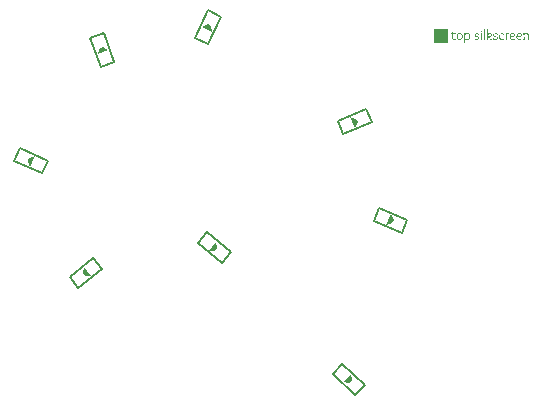
<source format=gto>
G04                                                      *
G04 Greetings!                                           *
G04 This Gerber was generated by PCBmodE, an open source *
G04 PCB design software. Get it here:                    *
G04                                                      *
G04   http://pcbmode.com                                 *
G04                                                      *
G04 Also visit                                           *
G04                                                      *
G04   http://boldport.com                                *
G04                                                      *
G04 and follow @boldport / @pcbmode for updates!         *
G04                                                      *

G04 leading zeros omitted (L); absolute data (A); 6 integer digits and 6 fractional digits *
%FSLAX66Y66*%

G04 mode (MO): millimeters (MM) *
%MOMM*%

G04 Aperture definitions *
%ADD10C,0.001X*%
%ADD11C,0.001X*%
%ADD20C,0.15X*%

%LPD*%
D20*
G01X28735924Y-31260307D02*
G01X30637444Y-33033503D01*
G01X29819046Y-33911127D01*
G01X27917526Y-32137931D01*
G01X28735924Y-31260307D01*
G36*
G01X29350596Y-32839886D02*
G01X28810151Y-32812955D01*
G01X29471570Y-32103669D01*
G01X29535838Y-32641238D01*
G37*
D20*
G01X31860865Y-18013676D02*
G01X34254177Y-19029577D01*
G01X33785300Y-20134183D01*
G01X31391987Y-19118282D01*
G01X31860865Y-18013676D01*
G36*
G01X32978714Y-19287765D02*
G01X32461651Y-19447301D01*
G01X32840592Y-18554572D01*
G01X33084843Y-19037740D01*
G37*
D20*
G01X28350773Y-10702577D02*
G01X30744086Y-9686676D01*
G01X31212963Y-10791282D01*
G01X28819651Y-11807183D01*
G01X28350773Y-10702577D01*
G36*
G01X30043800Y-10783519D02*
G01X29799378Y-11266286D01*
G01X29420437Y-10373557D01*
G01X29937670Y-10533495D01*
G37*
D20*
G01X16255456Y-3651747D02*
G01X17395220Y-1314882D01*
G01X18473773Y-1840928D01*
G01X17334008Y-4177792D01*
G01X16255456Y-3651747D01*
G36*
G01X17586302Y-2602110D02*
G01X17718558Y-3126814D01*
G01X16846885Y-2701670D01*
G01X17342174Y-2483041D01*
G37*
D20*
G01X8300040Y-6062730D02*
G01X7410788Y-3619529D01*
G01X8538419Y-3209105D01*
G01X9427672Y-5652306D01*
G01X8300040Y-6062730D01*
G36*
G01X8469478Y-4376261D02*
G01X8938792Y-4645614D01*
G01X8027454Y-4977314D01*
G01X8214242Y-4469160D01*
G37*
D20*
G01X3283813Y-15118662D02*
G01X0927413Y-14019855D01*
G01X1434555Y-12932285D01*
G01X3790955Y-14031093D01*
G01X3283813Y-15118662D01*
G36*
G01X2211110Y-13806338D02*
G01X2733426Y-13664944D01*
G01X2323560Y-14543904D01*
G01X2096320Y-14052506D01*
G37*
D20*
G01X8418138Y-23194803D02*
G01X6397558Y-24831036D01*
G01X5642374Y-23898461D01*
G01X7662953Y-22262228D01*
G01X8418138Y-23194803D01*
G36*
G01X6768386Y-23583656D02*
G01X6870270Y-23052219D01*
G01X7480601Y-23805915D01*
G01X6939320Y-23794742D01*
G37*
D20*
G01X17293329Y-20103034D02*
G01X19285045Y-21774282D01*
G01X18513700Y-22693535D01*
G01X16521984Y-21022287D01*
G01X17293329Y-20103034D01*
G36*
G01X17989826Y-21648279D02*
G01X17448713Y-21649669D01*
G01X18072105Y-20906740D01*
G01X18164418Y-21440208D01*
G37*
G36*
G01X36486525Y-2900000D02*
G01X37686525Y-2900000D01*
G01X37686525Y-4100000D01*
G01X36486525Y-4100000D01*
G01X36486525Y-2900000D01*
G37*
G36*
G01X37936525Y-3279102D02*
G01X37936525Y-3279102D01*
G01X37954396Y-3243946D01*
G01X37954396Y-3243946D01*
G01X38011403Y-3236381D01*
G01X38015626Y-3236329D01*
G01X38049611Y-3236329D01*
G01X38049611Y-3236329D01*
G01X38047406Y-3179044D01*
G01X38044356Y-3129204D01*
G01X38041994Y-3101563D01*
G01X38041994Y-3101563D01*
G01X38081837Y-3098047D01*
G01X38081837Y-3098047D01*
G01X38130072Y-3114500D01*
G01X38139259Y-3143750D01*
G01X38139259Y-3143750D01*
G01X38137892Y-3179530D01*
G01X38134572Y-3237500D01*
G01X38134572Y-3237500D01*
G01X38204298Y-3237098D01*
G01X38261134Y-3235889D01*
G01X38305079Y-3233875D01*
G01X38336134Y-3231055D01*
G01X38336134Y-3231055D01*
G01X38336134Y-3231055D01*
G01X38340822Y-3259180D01*
G01X38340822Y-3259180D01*
G01X38328224Y-3291407D01*
G01X38328224Y-3291407D01*
G01X38288087Y-3300782D01*
G01X38288087Y-3300782D01*
G01X38252977Y-3301428D01*
G01X38201787Y-3301818D01*
G01X38134517Y-3301953D01*
G01X38132228Y-3301954D01*
G01X38132228Y-3301954D01*
G01X38131422Y-3351647D01*
G01X38130785Y-3402314D01*
G01X38130318Y-3453953D01*
G01X38130019Y-3506566D01*
G01X38129890Y-3560151D01*
G01X38129884Y-3574415D01*
G01X38129884Y-3574415D01*
G01X38132922Y-3639514D01*
G01X38142034Y-3686313D01*
G01X38153322Y-3710059D01*
G01X38153322Y-3710059D01*
G01X38208389Y-3740169D01*
G01X38230665Y-3742579D01*
G01X38230665Y-3742579D01*
G01X38279965Y-3732374D01*
G01X38316798Y-3706250D01*
G01X38316798Y-3706250D01*
G01X38338478Y-3749610D01*
G01X38338478Y-3749610D01*
G01X38311619Y-3788111D01*
G01X38307423Y-3790332D01*
G01X38307423Y-3790332D01*
G01X38245715Y-3805194D01*
G01X38231837Y-3805860D01*
G01X38231837Y-3805860D01*
G01X38174057Y-3799980D01*
G01X38128217Y-3782340D01*
G01X38094317Y-3752940D01*
G01X38090919Y-3748438D01*
G01X38090919Y-3748438D01*
G01X38065029Y-3690592D01*
G01X38053130Y-3628545D01*
G01X38049780Y-3584832D01*
G01X38049611Y-3576758D01*
G01X38049611Y-3576758D01*
G01X38050417Y-3499885D01*
G01X38051054Y-3434476D01*
G01X38051521Y-3380532D01*
G01X38051819Y-3338053D01*
G01X38051949Y-3307038D01*
G01X38051954Y-3300782D01*
G01X38051954Y-3300782D01*
G01X38027552Y-3302561D01*
G01X37960671Y-3307901D01*
G01X37940040Y-3309571D01*
G01X37940040Y-3309571D01*
G01X37936525Y-3279102D01*
G37*
G36*
G01X38412306Y-3515821D02*
G01X38412306Y-3515821D01*
G01X38415794Y-3460323D01*
G01X38426259Y-3409844D01*
G01X38443700Y-3364386D01*
G01X38468117Y-3323946D01*
G01X38484376Y-3304004D01*
G01X38484376Y-3304004D01*
G01X38541734Y-3259133D01*
G01X38601118Y-3235270D01*
G01X38649161Y-3225780D01*
G01X38672499Y-3224029D01*
G01X38673048Y-3224024D01*
G01X38673048Y-3224024D01*
G01X38726930Y-3228631D01*
G01X38775513Y-3242451D01*
G01X38818798Y-3265486D01*
G01X38856783Y-3297734D01*
G01X38862599Y-3304004D01*
G01X38862599Y-3304004D01*
G01X38900314Y-3362365D01*
G01X38921771Y-3424049D01*
G01X38931555Y-3477320D01*
G01X38934252Y-3510443D01*
G01X38934376Y-3515821D01*
G01X38934376Y-3515821D01*
G01X38924732Y-3598098D01*
G01X38902785Y-3661712D01*
G01X38879016Y-3704739D01*
G01X38863904Y-3725253D01*
G01X38862599Y-3726758D01*
G01X38862599Y-3726758D01*
G01X38805235Y-3771136D01*
G01X38745559Y-3794738D01*
G01X38697153Y-3804123D01*
G01X38673603Y-3805855D01*
G01X38673048Y-3805860D01*
G01X38673048Y-3805860D01*
G01X38619644Y-3801304D01*
G01X38571371Y-3787635D01*
G01X38528227Y-3764854D01*
G01X38490213Y-3732960D01*
G01X38484376Y-3726758D01*
G01X38484376Y-3726758D01*
G01X38446507Y-3668859D01*
G01X38424963Y-3607439D01*
G01X38415139Y-3554287D01*
G01X38412431Y-3521197D01*
G01X38412306Y-3515821D01*
G37*
%LPC*%
G36*
G01X38496681Y-3498829D02*
G01X38496681Y-3498829D01*
G01X38500333Y-3553868D01*
G01X38511289Y-3603487D01*
G01X38529549Y-3647686D01*
G01X38543263Y-3670508D01*
G01X38543263Y-3670508D01*
G01X38597037Y-3718444D01*
G01X38648903Y-3736368D01*
G01X38673023Y-3739063D01*
G01X38673048Y-3739063D01*
G01X38673048Y-3739063D01*
G01X38725758Y-3732560D01*
G01X38769932Y-3713053D01*
G01X38803712Y-3682813D01*
G01X38803712Y-3682813D01*
G01X38835848Y-3621594D01*
G01X38848400Y-3563139D01*
G01X38850584Y-3533255D01*
G01X38850587Y-3532813D01*
G01X38850587Y-3532813D01*
G01X38846820Y-3477727D01*
G01X38835520Y-3427970D01*
G01X38816685Y-3383542D01*
G01X38802540Y-3360547D01*
G01X38802540Y-3360547D01*
G01X38748190Y-3312202D01*
G01X38696780Y-3294124D01*
G01X38673073Y-3291407D01*
G01X38673048Y-3291407D01*
G01X38673048Y-3291407D01*
G01X38620407Y-3297977D01*
G01X38576435Y-3317688D01*
G01X38542970Y-3348243D01*
G01X38542970Y-3348243D01*
G01X38511236Y-3409864D01*
G01X38498841Y-3468475D01*
G01X38496684Y-3498387D01*
G01X38496681Y-3498829D01*
G37*
%LPD*%
G36*
G01X39060353Y-3242188D02*
G01X39060353Y-3242188D01*
G01X39107228Y-3232813D01*
G01X39107228Y-3232813D01*
G01X39148808Y-3251555D01*
G01X39158790Y-3292579D01*
G01X39158790Y-3292579D01*
G01X39204896Y-3262586D01*
G01X39251808Y-3241163D01*
G01X39299525Y-3228309D01*
G01X39348048Y-3224024D01*
G01X39348048Y-3224024D01*
G01X39348048Y-3224024D01*
G01X39399315Y-3229798D01*
G01X39444833Y-3247122D01*
G01X39484604Y-3275994D01*
G01X39496583Y-3288184D01*
G01X39496583Y-3288184D01*
G01X39530289Y-3345784D01*
G01X39547597Y-3409949D01*
G01X39553973Y-3462084D01*
G01X39554884Y-3483594D01*
G01X39554884Y-3483594D01*
G01X39554884Y-3483594D01*
G01X39552094Y-3537219D01*
G01X39543724Y-3587844D01*
G01X39529774Y-3635469D01*
G01X39527638Y-3641211D01*
G01X39527638Y-3641211D01*
G01X39492196Y-3704637D01*
G01X39455962Y-3745678D01*
G01X39440626Y-3759278D01*
G01X39440626Y-3759278D01*
G01X39377335Y-3791850D01*
G01X39321463Y-3804029D01*
G01X39296511Y-3805860D01*
G01X39296486Y-3805860D01*
G01X39296486Y-3805860D01*
G01X39246426Y-3800620D01*
G01X39198341Y-3784901D01*
G01X39162306Y-3765430D01*
G01X39162306Y-3765430D01*
G01X39162681Y-3807618D01*
G01X39162892Y-3828418D01*
G01X39162892Y-3828418D01*
G01X39163874Y-3897617D01*
G01X39164064Y-3905762D01*
G01X39164064Y-3905762D01*
G01X39166745Y-3964140D01*
G01X39166994Y-3968750D01*
G01X39166994Y-3968750D01*
G01X39173247Y-4032415D01*
G01X39174318Y-4039063D01*
G01X39174318Y-4039063D01*
G01X39186327Y-4088275D01*
G01X39186330Y-4088282D01*
G01X39186330Y-4088282D01*
G01X39138283Y-4097657D01*
G01X39138283Y-4097657D01*
G01X39091943Y-4082438D01*
G01X39091701Y-4082129D01*
G01X39091701Y-4082129D01*
G01X39079698Y-4029970D01*
G01X39079689Y-4029102D01*
G01X39079689Y-4029102D01*
G01X39079746Y-3984891D01*
G01X39079917Y-3937053D01*
G01X39080201Y-3885590D01*
G01X39080600Y-3830500D01*
G01X39081113Y-3771785D01*
G01X39081447Y-3737598D01*
G01X39081447Y-3737598D01*
G01X39082338Y-3641724D01*
G01X39082862Y-3571644D01*
G01X39083115Y-3525323D01*
G01X39083197Y-3500728D01*
G01X39083205Y-3495313D01*
G01X39083205Y-3495313D01*
G01X39082290Y-3424625D01*
G01X39079548Y-3363969D01*
G01X39074978Y-3313344D01*
G01X39068580Y-3272750D01*
G01X39060353Y-3242188D01*
G01X39060353Y-3242188D01*
G37*
%LPC*%
G36*
G01X39162306Y-3357618D02*
G01X39162306Y-3357618D01*
G01X39162956Y-3432619D01*
G01X39163501Y-3499420D01*
G01X39163941Y-3558021D01*
G01X39164275Y-3608422D01*
G01X39164503Y-3650623D01*
G01X39164626Y-3684623D01*
G01X39164650Y-3702735D01*
G01X39164650Y-3702735D01*
G01X39206032Y-3722975D01*
G01X39255270Y-3735088D01*
G01X39308790Y-3739063D01*
G01X39308790Y-3739063D01*
G01X39358668Y-3729908D01*
G01X39400490Y-3702442D01*
G01X39400490Y-3702442D01*
G01X39400490Y-3702442D01*
G01X39440267Y-3646459D01*
G01X39453735Y-3613918D01*
G01X39453810Y-3613672D01*
G01X39453810Y-3613672D01*
G01X39466610Y-3545912D01*
G01X39469310Y-3503661D01*
G01X39469337Y-3501172D01*
G01X39469337Y-3501172D01*
G01X39465620Y-3441600D01*
G01X39454466Y-3392258D01*
G01X39435877Y-3353147D01*
G01X39428029Y-3342383D01*
G01X39428029Y-3342383D01*
G01X39369998Y-3301353D01*
G01X39326312Y-3291616D01*
G01X39321681Y-3291407D01*
G01X39321681Y-3291407D01*
G01X39274738Y-3296975D01*
G01X39228387Y-3313680D01*
G01X39182627Y-3341522D01*
G01X39162306Y-3357618D01*
G37*
%LPD*%
G36*
G01X39932228Y-3710352D02*
G01X39932228Y-3710352D01*
G01X39953623Y-3674235D01*
G01X39986134Y-3659961D01*
G01X39986134Y-3659961D01*
G01X40013169Y-3699723D01*
G01X40043263Y-3718848D01*
G01X40043263Y-3718848D01*
G01X40109415Y-3736827D01*
G01X40138478Y-3739063D01*
G01X40138478Y-3739063D01*
G01X40205986Y-3724918D01*
G01X40221974Y-3716211D01*
G01X40221974Y-3716211D01*
G01X40252290Y-3661336D01*
G01X40253908Y-3645313D01*
G01X40253908Y-3645313D01*
G01X40235945Y-3600928D01*
G01X40221974Y-3590235D01*
G01X40221974Y-3590235D01*
G01X40161858Y-3565254D01*
G01X40144630Y-3560645D01*
G01X40144630Y-3560645D01*
G01X40078052Y-3543680D01*
G01X40053517Y-3536622D01*
G01X40053517Y-3536622D01*
G01X39995157Y-3503367D01*
G01X39975880Y-3484473D01*
G01X39975880Y-3484473D01*
G01X39948701Y-3423012D01*
G01X39943954Y-3383477D01*
G01X39943947Y-3382813D01*
G01X39943947Y-3382813D01*
G01X39952409Y-3334665D01*
G01X39977797Y-3293415D01*
G01X40005763Y-3268555D01*
G01X40005763Y-3268555D01*
G01X40070708Y-3236826D01*
G01X40124651Y-3225483D01*
G01X40145509Y-3224024D01*
G01X40145509Y-3224024D01*
G01X40194612Y-3228902D01*
G01X40242921Y-3243535D01*
G01X40255958Y-3249219D01*
G01X40255958Y-3249219D01*
G01X40304882Y-3296894D01*
G01X40310158Y-3318946D01*
G01X40310158Y-3318946D01*
G01X40288762Y-3356155D01*
G01X40256251Y-3369336D01*
G01X40256251Y-3369336D01*
G01X40228457Y-3330894D01*
G01X40202052Y-3313086D01*
G01X40202052Y-3313086D01*
G01X40137656Y-3293130D01*
G01X40116798Y-3291407D01*
G01X40116798Y-3291407D01*
G01X40066835Y-3301402D01*
G01X40045900Y-3313672D01*
G01X40045900Y-3313672D01*
G01X40016824Y-3367034D01*
G01X40016017Y-3376368D01*
G01X40016017Y-3376368D01*
G01X40033504Y-3420924D01*
G01X40047951Y-3432618D01*
G01X40047951Y-3432618D01*
G01X40107266Y-3458837D01*
G01X40125294Y-3463965D01*
G01X40125294Y-3463965D01*
G01X40190896Y-3481183D01*
G01X40216408Y-3488575D01*
G01X40216408Y-3488575D01*
G01X40275541Y-3521179D01*
G01X40294044Y-3538379D01*
G01X40294044Y-3538379D01*
G01X40321986Y-3598914D01*
G01X40325978Y-3632422D01*
G01X40325978Y-3632422D01*
G01X40325978Y-3632422D01*
G01X40318900Y-3685488D01*
G01X40297665Y-3729139D01*
G01X40264747Y-3761622D01*
G01X40264747Y-3761622D01*
G01X40200432Y-3792555D01*
G01X40144177Y-3804121D01*
G01X40119167Y-3805860D01*
G01X40119142Y-3805860D01*
G01X40119142Y-3805860D01*
G01X40065847Y-3801883D01*
G01X40017290Y-3789953D01*
G01X39989064Y-3778321D01*
G01X39989064Y-3778321D01*
G01X39937760Y-3730827D01*
G01X39932228Y-3710352D01*
G37*
G36*
G01X40438478Y-3103907D02*
G01X40438478Y-3103907D01*
G01X40457521Y-3059082D01*
G01X40457521Y-3059082D01*
G01X40457521Y-3059082D01*
G01X40501759Y-3040625D01*
G01X40501759Y-3040625D01*
G01X40543654Y-3059082D01*
G01X40543654Y-3059082D01*
G01X40561525Y-3103907D01*
G01X40561525Y-3103907D01*
G01X40543236Y-3149442D01*
G01X40542482Y-3150196D01*
G01X40542482Y-3150196D01*
G01X40499415Y-3168946D01*
G01X40499415Y-3168946D01*
G01X40456349Y-3151075D01*
G01X40456349Y-3151075D01*
G01X40438478Y-3103985D01*
G01X40438478Y-3103907D01*
G37*
G36*
G01X40453712Y-3236329D02*
G01X40453712Y-3236329D01*
G01X40494728Y-3232813D01*
G01X40494728Y-3232813D01*
G01X40542422Y-3249601D01*
G01X40550978Y-3277930D01*
G01X40550978Y-3277930D01*
G01X40548634Y-3327149D01*
G01X40548634Y-3327149D01*
G01X40545518Y-3392735D01*
G01X40543958Y-3431444D01*
G01X40543947Y-3431739D01*
G01X40543947Y-3431739D01*
G01X40542037Y-3504842D01*
G01X40541609Y-3547221D01*
G01X40541603Y-3550391D01*
G01X40541603Y-3550391D01*
G01X40542611Y-3614540D01*
G01X40545634Y-3671144D01*
G01X40550673Y-3720203D01*
G01X40557727Y-3761717D01*
G01X40564454Y-3788282D01*
G01X40564454Y-3788282D01*
G01X40518751Y-3797657D01*
G01X40518751Y-3797657D01*
G01X40472377Y-3782744D01*
G01X40471876Y-3782129D01*
G01X40471876Y-3782129D01*
G01X40459581Y-3729970D01*
G01X40459572Y-3729102D01*
G01X40459572Y-3729102D01*
G01X40459983Y-3692888D01*
G01X40461037Y-3634473D01*
G01X40461037Y-3634473D01*
G01X40462230Y-3556431D01*
G01X40462497Y-3519448D01*
G01X40462501Y-3516993D01*
G01X40462501Y-3516993D01*
G01X40462217Y-3457219D01*
G01X40461362Y-3401509D01*
G01X40459938Y-3349861D01*
G01X40457945Y-3302275D01*
G01X40455382Y-3258752D01*
G01X40453712Y-3236329D01*
G37*
G36*
G01X40702150Y-2905860D02*
G01X40702150Y-2905860D01*
G01X40744337Y-2902344D01*
G01X40744337Y-2902344D01*
G01X40791462Y-2919912D01*
G01X40799415Y-2948047D01*
G01X40799415Y-2948047D01*
G01X40798346Y-2988691D01*
G01X40797658Y-3012207D01*
G01X40797658Y-3012207D01*
G01X40795815Y-3076627D01*
G01X40794124Y-3137843D01*
G01X40793276Y-3169071D01*
G01X40793263Y-3169532D01*
G01X40793263Y-3169532D01*
G01X40791695Y-3244038D01*
G01X40790918Y-3308111D01*
G01X40790654Y-3351555D01*
G01X40790626Y-3364649D01*
G01X40790626Y-3551563D01*
G01X40790626Y-3551563D01*
G01X40791634Y-3614883D01*
G01X40794657Y-3670968D01*
G01X40799696Y-3719817D01*
G01X40806750Y-3761432D01*
G01X40813478Y-3788282D01*
G01X40813478Y-3788282D01*
G01X40768361Y-3797657D01*
G01X40768361Y-3797657D01*
G01X40722072Y-3783301D01*
G01X40722072Y-3783301D01*
G01X40709181Y-3735547D01*
G01X40709181Y-3735547D01*
G01X40709181Y-3735547D01*
G01X40709309Y-3707784D01*
G01X40709692Y-3657751D01*
G01X40710330Y-3585449D01*
G01X40710353Y-3582911D01*
G01X40710353Y-3582911D01*
G01X40711069Y-3493698D01*
G01X40711411Y-3432444D01*
G01X40711517Y-3399047D01*
G01X40711525Y-3392188D01*
G01X40711525Y-3252735D01*
G01X40711525Y-3252735D01*
G01X40711314Y-3172763D01*
G01X40710681Y-3102653D01*
G01X40709626Y-3042404D01*
G01X40708150Y-2992016D01*
G01X40706251Y-2951490D01*
G01X40703931Y-2920825D01*
G01X40702150Y-2905860D01*
G37*
G36*
G01X40957619Y-2905860D02*
G01X40957619Y-2905860D01*
G01X40999806Y-2902344D01*
G01X40999806Y-2902344D01*
G01X41046931Y-2919912D01*
G01X41054884Y-2948047D01*
G01X41054884Y-2948047D01*
G01X41053429Y-2994425D01*
G01X41053126Y-3003125D01*
G01X41053126Y-3003125D01*
G01X41050935Y-3068514D01*
G01X41049139Y-3124196D01*
G01X41048732Y-3137012D01*
G01X41048732Y-3137012D01*
G01X41046999Y-3209968D01*
G01X41046264Y-3269460D01*
G01X41046098Y-3301868D01*
G01X41046095Y-3304297D01*
G01X41046095Y-3304297D01*
G01X41089454Y-3269178D01*
G01X41134572Y-3244092D01*
G01X41181447Y-3229041D01*
G01X41230079Y-3224024D01*
G01X41230079Y-3224024D01*
G01X41230079Y-3224024D01*
G01X41285205Y-3230530D01*
G01X41329013Y-3250047D01*
G01X41348732Y-3266797D01*
G01X41348732Y-3266797D01*
G01X41382303Y-3327551D01*
G01X41389384Y-3369138D01*
G01X41389454Y-3371680D01*
G01X41389454Y-3371680D01*
G01X41383318Y-3423152D01*
G01X41364909Y-3469169D01*
G01X41344630Y-3498243D01*
G01X41344630Y-3498243D01*
G01X41289334Y-3539396D01*
G01X41237623Y-3557014D01*
G01X41218947Y-3560352D01*
G01X41218947Y-3560352D01*
G01X41255982Y-3619872D01*
G01X41285337Y-3663432D01*
G01X41307012Y-3691032D01*
G01X41309181Y-3693360D01*
G01X41309181Y-3693360D01*
G01X41352198Y-3725210D01*
G01X41383595Y-3732032D01*
G01X41383595Y-3732032D01*
G01X41414650Y-3726758D01*
G01X41414650Y-3726758D01*
G01X41425783Y-3761915D01*
G01X41425783Y-3761915D01*
G01X41400587Y-3794727D01*
G01X41400587Y-3794727D01*
G01X41352540Y-3805860D01*
G01X41352540Y-3805860D01*
G01X41306557Y-3794734D01*
G01X41265822Y-3763086D01*
G01X41265822Y-3763086D01*
G01X41235646Y-3727051D01*
G01X41235646Y-3727051D01*
G01X41205837Y-3684098D01*
G01X41205763Y-3683985D01*
G01X41205763Y-3683985D01*
G01X41180568Y-3643555D01*
G01X41180568Y-3643555D01*
G01X41153282Y-3597402D01*
G01X41153029Y-3596973D01*
G01X41153029Y-3596973D01*
G01X41129298Y-3556250D01*
G01X41129298Y-3556250D01*
G01X41097658Y-3531055D01*
G01X41097658Y-3531055D01*
G01X41104103Y-3502344D01*
G01X41104103Y-3502344D01*
G01X41156493Y-3510676D01*
G01X41165040Y-3511133D01*
G01X41165040Y-3511133D01*
G01X41218520Y-3503717D01*
G01X41259778Y-3481470D01*
G01X41267287Y-3474512D01*
G01X41267287Y-3474512D01*
G01X41299814Y-3414556D01*
G01X41303322Y-3389844D01*
G01X41303322Y-3389844D01*
G01X41292275Y-3340407D01*
G01X41278712Y-3320118D01*
G01X41278712Y-3320118D01*
G01X41223174Y-3292638D01*
G01X41209572Y-3291407D01*
G01X41209572Y-3291407D01*
G01X41163201Y-3299124D01*
G01X41124318Y-3316016D01*
G01X41124318Y-3316016D01*
G01X41067352Y-3356741D01*
G01X41046095Y-3377539D01*
G01X41046095Y-3551563D01*
G01X41046095Y-3551563D01*
G01X41047103Y-3614883D01*
G01X41050126Y-3670968D01*
G01X41055165Y-3719817D01*
G01X41062219Y-3761432D01*
G01X41068947Y-3788282D01*
G01X41068947Y-3788282D01*
G01X41023829Y-3797657D01*
G01X41023829Y-3797657D01*
G01X40977540Y-3783301D01*
G01X40977540Y-3783301D01*
G01X40964650Y-3735547D01*
G01X40964650Y-3735547D01*
G01X40964650Y-3735547D01*
G01X40964777Y-3707784D01*
G01X40965160Y-3657751D01*
G01X40965798Y-3585449D01*
G01X40965822Y-3582911D01*
G01X40965822Y-3582911D01*
G01X40966538Y-3493698D01*
G01X40966880Y-3432444D01*
G01X40966986Y-3399047D01*
G01X40966994Y-3392188D01*
G01X40966994Y-3252735D01*
G01X40966994Y-3252735D01*
G01X40966783Y-3172763D01*
G01X40966150Y-3102653D01*
G01X40965095Y-3042404D01*
G01X40963619Y-2992016D01*
G01X40961720Y-2951490D01*
G01X40959400Y-2920825D01*
G01X40957619Y-2905860D01*
G37*
G36*
G01X41505470Y-3710352D02*
G01X41505470Y-3710352D01*
G01X41526865Y-3674235D01*
G01X41559376Y-3659961D01*
G01X41559376Y-3659961D01*
G01X41586412Y-3699723D01*
G01X41616505Y-3718848D01*
G01X41616505Y-3718848D01*
G01X41682657Y-3736827D01*
G01X41711720Y-3739063D01*
G01X41711720Y-3739063D01*
G01X41779229Y-3724918D01*
G01X41795216Y-3716211D01*
G01X41795216Y-3716211D01*
G01X41825532Y-3661336D01*
G01X41827150Y-3645313D01*
G01X41827150Y-3645313D01*
G01X41809187Y-3600928D01*
G01X41795216Y-3590235D01*
G01X41795216Y-3590235D01*
G01X41735100Y-3565254D01*
G01X41717872Y-3560645D01*
G01X41717872Y-3560645D01*
G01X41651294Y-3543680D01*
G01X41626759Y-3536622D01*
G01X41626759Y-3536622D01*
G01X41568399Y-3503367D01*
G01X41549122Y-3484473D01*
G01X41549122Y-3484473D01*
G01X41521943Y-3423012D01*
G01X41517196Y-3383477D01*
G01X41517189Y-3382813D01*
G01X41517189Y-3382813D01*
G01X41525652Y-3334665D01*
G01X41551040Y-3293415D01*
G01X41579005Y-3268555D01*
G01X41579005Y-3268555D01*
G01X41643950Y-3236826D01*
G01X41697893Y-3225483D01*
G01X41718751Y-3224024D01*
G01X41718751Y-3224024D01*
G01X41767854Y-3228902D01*
G01X41816163Y-3243535D01*
G01X41829201Y-3249219D01*
G01X41829201Y-3249219D01*
G01X41878124Y-3296894D01*
G01X41883400Y-3318946D01*
G01X41883400Y-3318946D01*
G01X41862004Y-3356155D01*
G01X41829494Y-3369336D01*
G01X41829494Y-3369336D01*
G01X41801699Y-3330894D01*
G01X41775294Y-3313086D01*
G01X41775294Y-3313086D01*
G01X41710899Y-3293130D01*
G01X41690040Y-3291407D01*
G01X41690040Y-3291407D01*
G01X41640077Y-3301402D01*
G01X41619142Y-3313672D01*
G01X41619142Y-3313672D01*
G01X41590066Y-3367034D01*
G01X41589259Y-3376368D01*
G01X41589259Y-3376368D01*
G01X41606746Y-3420924D01*
G01X41621193Y-3432618D01*
G01X41621193Y-3432618D01*
G01X41680508Y-3458837D01*
G01X41698537Y-3463965D01*
G01X41698537Y-3463965D01*
G01X41764138Y-3481183D01*
G01X41789650Y-3488575D01*
G01X41789650Y-3488575D01*
G01X41848783Y-3521179D01*
G01X41867287Y-3538379D01*
G01X41867287Y-3538379D01*
G01X41895228Y-3598914D01*
G01X41899220Y-3632422D01*
G01X41899220Y-3632422D01*
G01X41899220Y-3632422D01*
G01X41892142Y-3685488D01*
G01X41870907Y-3729139D01*
G01X41837990Y-3761622D01*
G01X41837990Y-3761622D01*
G01X41773674Y-3792555D01*
G01X41717419Y-3804121D01*
G01X41692409Y-3805860D01*
G01X41692384Y-3805860D01*
G01X41692384Y-3805860D01*
G01X41639089Y-3801883D01*
G01X41590532Y-3789953D01*
G01X41562306Y-3778321D01*
G01X41562306Y-3778321D01*
G01X41511002Y-3730827D01*
G01X41505470Y-3710352D01*
G37*
G36*
G01X42001759Y-3521680D02*
G01X42001759Y-3521680D01*
G01X42005048Y-3467952D01*
G01X42014914Y-3418637D01*
G01X42025783Y-3386622D01*
G01X42025783Y-3386622D01*
G01X42061820Y-3323645D01*
G01X42087743Y-3294618D01*
G01X42089357Y-3293165D01*
G01X42089357Y-3293165D01*
G01X42147490Y-3254126D01*
G01X42174025Y-3241602D01*
G01X42174025Y-3241602D01*
G01X42240994Y-3225735D01*
G01X42266017Y-3224024D01*
G01X42266017Y-3224024D01*
G01X42316223Y-3228882D01*
G01X42364464Y-3243455D01*
G01X42382326Y-3251563D01*
G01X42382326Y-3251563D01*
G01X42430775Y-3300855D01*
G01X42437697Y-3329493D01*
G01X42437697Y-3329493D01*
G01X42437697Y-3329493D01*
G01X42417504Y-3368419D01*
G01X42379689Y-3381055D01*
G01X42379689Y-3381055D01*
G01X42356376Y-3336928D01*
G01X42329005Y-3314551D01*
G01X42329005Y-3314551D01*
G01X42266089Y-3293121D01*
G01X42246681Y-3291407D01*
G01X42246681Y-3291407D01*
G01X42198558Y-3299995D01*
G01X42156612Y-3325758D01*
G01X42133302Y-3350879D01*
G01X42133302Y-3350879D01*
G01X42102416Y-3412659D01*
G01X42089830Y-3471704D01*
G01X42087322Y-3504501D01*
G01X42087306Y-3505860D01*
G01X42087306Y-3505860D01*
G01X42090851Y-3566089D01*
G01X42101487Y-3617048D01*
G01X42119214Y-3658739D01*
G01X42135939Y-3682520D01*
G01X42135939Y-3682520D01*
G01X42194504Y-3724241D01*
G01X42245578Y-3737822D01*
G01X42261329Y-3739063D01*
G01X42261329Y-3739063D01*
G01X42309882Y-3732093D01*
G01X42334279Y-3723536D01*
G01X42334279Y-3723536D01*
G01X42382884Y-3683621D01*
G01X42387306Y-3676368D01*
G01X42387306Y-3676368D01*
G01X42430742Y-3708032D01*
G01X42434767Y-3724415D01*
G01X42434767Y-3724415D01*
G01X42416436Y-3764227D01*
G01X42380275Y-3785059D01*
G01X42380275Y-3785059D01*
G01X42313422Y-3801367D01*
G01X42264794Y-3805693D01*
G01X42257228Y-3805860D01*
G01X42257228Y-3805860D01*
G01X42204970Y-3801410D01*
G01X42157179Y-3788062D01*
G01X42113856Y-3765815D01*
G01X42075001Y-3734668D01*
G01X42075001Y-3734668D01*
G01X42075001Y-3734668D01*
G01X42036516Y-3679692D01*
G01X42014622Y-3617781D01*
G01X42004638Y-3562507D01*
G01X42001886Y-3527439D01*
G01X42001759Y-3521680D01*
G37*
G36*
G01X42556056Y-3236329D02*
G01X42556056Y-3236329D01*
G01X42597072Y-3232813D01*
G01X42597072Y-3232813D01*
G01X42641952Y-3251293D01*
G01X42648634Y-3277930D01*
G01X42648634Y-3277930D01*
G01X42648048Y-3294336D01*
G01X42648048Y-3294336D01*
G01X42647462Y-3320118D01*
G01X42647462Y-3320118D01*
G01X42678106Y-3282386D01*
G01X42711622Y-3253614D01*
G01X42711622Y-3253614D01*
G01X42773864Y-3226063D01*
G01X42791017Y-3224024D01*
G01X42791017Y-3224024D01*
G01X42834376Y-3236622D01*
G01X42834376Y-3236622D01*
G01X42850197Y-3270899D01*
G01X42850197Y-3270899D01*
G01X42833246Y-3315078D01*
G01X42826173Y-3324805D01*
G01X42826173Y-3324805D01*
G01X42781222Y-3302961D01*
G01X42768165Y-3301954D01*
G01X42768165Y-3301954D01*
G01X42721936Y-3314507D01*
G01X42701076Y-3328321D01*
G01X42701076Y-3328321D01*
G01X42656782Y-3378005D01*
G01X42644533Y-3398047D01*
G01X42644533Y-3398047D01*
G01X42643887Y-3432775D01*
G01X42643496Y-3482816D01*
G01X42643361Y-3548172D01*
G01X42643361Y-3550391D01*
G01X42643361Y-3550391D01*
G01X42644368Y-3614540D01*
G01X42647392Y-3671144D01*
G01X42652431Y-3720203D01*
G01X42659485Y-3761717D01*
G01X42666212Y-3788282D01*
G01X42666212Y-3788282D01*
G01X42620509Y-3797657D01*
G01X42620509Y-3797657D01*
G01X42574170Y-3782438D01*
G01X42573927Y-3782129D01*
G01X42573927Y-3782129D01*
G01X42561924Y-3729970D01*
G01X42561915Y-3729102D01*
G01X42561915Y-3729102D01*
G01X42562245Y-3692888D01*
G01X42563087Y-3634473D01*
G01X42563087Y-3634473D01*
G01X42564042Y-3556431D01*
G01X42564256Y-3519448D01*
G01X42564259Y-3516993D01*
G01X42564259Y-3516993D01*
G01X42563993Y-3457219D01*
G01X42563196Y-3401509D01*
G01X42561867Y-3349861D01*
G01X42560007Y-3302275D01*
G01X42557615Y-3258752D01*
G01X42556056Y-3236329D01*
G37*
G36*
G01X42915822Y-3518165D02*
G01X42915822Y-3518165D01*
G01X42919349Y-3461504D01*
G01X42929930Y-3410631D01*
G01X42947566Y-3365547D01*
G01X42972256Y-3326251D01*
G01X42995802Y-3300196D01*
G01X42995802Y-3300196D01*
G01X43058887Y-3256159D01*
G01X43119691Y-3233545D01*
G01X43165500Y-3225214D01*
G01X43183595Y-3224024D01*
G01X43183595Y-3224024D01*
G01X43183595Y-3224024D01*
G01X43236914Y-3229510D01*
G01X43282918Y-3245970D01*
G01X43319533Y-3271485D01*
G01X43319533Y-3271485D01*
G01X43360417Y-3331175D01*
G01X43371264Y-3375791D01*
G01X43371681Y-3382813D01*
G01X43371681Y-3382813D01*
G01X43365053Y-3435596D01*
G01X43354982Y-3460743D01*
G01X43354982Y-3460743D01*
G01X43315473Y-3506645D01*
G01X43311329Y-3509668D01*
G01X43311329Y-3509668D01*
G01X43252211Y-3532883D01*
G01X43233400Y-3537207D01*
G01X43233400Y-3537207D01*
G01X43164186Y-3546839D01*
G01X43133204Y-3549219D01*
G01X43133204Y-3549219D01*
G01X43133204Y-3549219D01*
G01X43068052Y-3551031D01*
G01X43014183Y-3551538D01*
G01X43003712Y-3551563D01*
G01X43003712Y-3551563D01*
G01X43013914Y-3606035D01*
G01X43031770Y-3652312D01*
G01X43055568Y-3688379D01*
G01X43055568Y-3688379D01*
G01X43112373Y-3726984D01*
G01X43162075Y-3738362D01*
G01X43173634Y-3739063D01*
G01X43173634Y-3739063D01*
G01X43229949Y-3731815D01*
G01X43272989Y-3710073D01*
G01X43301369Y-3676368D01*
G01X43301369Y-3676368D01*
G01X43344224Y-3708083D01*
G01X43348829Y-3726758D01*
G01X43348829Y-3726758D01*
G01X43329212Y-3764586D01*
G01X43294337Y-3784180D01*
G01X43294337Y-3784180D01*
G01X43226344Y-3801407D01*
G01X43178544Y-3805733D01*
G01X43172462Y-3805860D01*
G01X43172462Y-3805860D01*
G01X43118501Y-3801410D01*
G01X43069704Y-3788062D01*
G01X43026069Y-3765815D01*
G01X42987599Y-3734668D01*
G01X42987599Y-3734668D01*
G01X42987599Y-3734668D01*
G01X42949884Y-3679256D01*
G01X42928427Y-3616338D01*
G01X42918643Y-3559934D01*
G01X42915946Y-3524063D01*
G01X42915822Y-3518165D01*
G37*
%LPC*%
G36*
G01X43002540Y-3491797D02*
G01X43002540Y-3491797D01*
G01X43058036Y-3491389D01*
G01X43088673Y-3490625D01*
G01X43088673Y-3490625D01*
G01X43151632Y-3484997D01*
G01X43164259Y-3483301D01*
G01X43164259Y-3483301D01*
G01X43225332Y-3468374D01*
G01X43230470Y-3466309D01*
G01X43230470Y-3466309D01*
G01X43271732Y-3435308D01*
G01X43271779Y-3435254D01*
G01X43271779Y-3435254D01*
G01X43289058Y-3385582D01*
G01X43289064Y-3385157D01*
G01X43289064Y-3385157D01*
G01X43275281Y-3338704D01*
G01X43257423Y-3318360D01*
G01X43257423Y-3318360D01*
G01X43198266Y-3292173D01*
G01X43178908Y-3290235D01*
G01X43178908Y-3290235D01*
G01X43128463Y-3296973D01*
G01X43083794Y-3317187D01*
G01X43055861Y-3339454D01*
G01X43055861Y-3339454D01*
G01X43021094Y-3396090D01*
G01X43006096Y-3455740D01*
G01X43002591Y-3490335D01*
G01X43002540Y-3491797D01*
G37*
%LPD*%
G36*
G01X43479494Y-3518165D02*
G01X43479494Y-3518165D01*
G01X43483021Y-3461504D01*
G01X43493602Y-3410631D01*
G01X43511238Y-3365547D01*
G01X43535928Y-3326251D01*
G01X43559474Y-3300196D01*
G01X43559474Y-3300196D01*
G01X43622558Y-3256159D01*
G01X43683363Y-3233545D01*
G01X43729172Y-3225214D01*
G01X43747267Y-3224024D01*
G01X43747267Y-3224024D01*
G01X43747267Y-3224024D01*
G01X43800586Y-3229510D01*
G01X43846589Y-3245970D01*
G01X43883204Y-3271485D01*
G01X43883204Y-3271485D01*
G01X43924089Y-3331175D01*
G01X43934936Y-3375791D01*
G01X43935353Y-3382813D01*
G01X43935353Y-3382813D01*
G01X43928725Y-3435596D01*
G01X43918654Y-3460743D01*
G01X43918654Y-3460743D01*
G01X43879145Y-3506645D01*
G01X43875001Y-3509668D01*
G01X43875001Y-3509668D01*
G01X43815883Y-3532883D01*
G01X43797072Y-3537207D01*
G01X43797072Y-3537207D01*
G01X43727858Y-3546839D01*
G01X43696876Y-3549219D01*
G01X43696876Y-3549219D01*
G01X43696876Y-3549219D01*
G01X43631724Y-3551031D01*
G01X43577854Y-3551538D01*
G01X43567384Y-3551563D01*
G01X43567384Y-3551563D01*
G01X43577586Y-3606035D01*
G01X43595442Y-3652312D01*
G01X43619240Y-3688379D01*
G01X43619240Y-3688379D01*
G01X43676045Y-3726984D01*
G01X43725747Y-3738362D01*
G01X43737306Y-3739063D01*
G01X43737306Y-3739063D01*
G01X43793621Y-3731815D01*
G01X43836660Y-3710073D01*
G01X43865040Y-3676368D01*
G01X43865040Y-3676368D01*
G01X43907896Y-3708083D01*
G01X43912501Y-3726758D01*
G01X43912501Y-3726758D01*
G01X43892884Y-3764586D01*
G01X43858009Y-3784180D01*
G01X43858009Y-3784180D01*
G01X43790016Y-3801407D01*
G01X43742216Y-3805733D01*
G01X43736134Y-3805860D01*
G01X43736134Y-3805860D01*
G01X43682173Y-3801410D01*
G01X43633375Y-3788062D01*
G01X43589741Y-3765815D01*
G01X43551271Y-3734668D01*
G01X43551271Y-3734668D01*
G01X43551271Y-3734668D01*
G01X43513556Y-3679256D01*
G01X43492099Y-3616338D01*
G01X43482315Y-3559934D01*
G01X43479618Y-3524063D01*
G01X43479494Y-3518165D01*
G37*
%LPC*%
G36*
G01X43566212Y-3491797D02*
G01X43566212Y-3491797D01*
G01X43621708Y-3491389D01*
G01X43652345Y-3490625D01*
G01X43652345Y-3490625D01*
G01X43715304Y-3484997D01*
G01X43727931Y-3483301D01*
G01X43727931Y-3483301D01*
G01X43789003Y-3468374D01*
G01X43794142Y-3466309D01*
G01X43794142Y-3466309D01*
G01X43835404Y-3435308D01*
G01X43835451Y-3435254D01*
G01X43835451Y-3435254D01*
G01X43852730Y-3385582D01*
G01X43852736Y-3385157D01*
G01X43852736Y-3385157D01*
G01X43838953Y-3338704D01*
G01X43821095Y-3318360D01*
G01X43821095Y-3318360D01*
G01X43761938Y-3292173D01*
G01X43742579Y-3290235D01*
G01X43742579Y-3290235D01*
G01X43692135Y-3296973D01*
G01X43647466Y-3317187D01*
G01X43619533Y-3339454D01*
G01X43619533Y-3339454D01*
G01X43584766Y-3396090D01*
G01X43569768Y-3455740D01*
G01X43566263Y-3490335D01*
G01X43566212Y-3491797D01*
G37*
%LPD*%
G36*
G01X44061329Y-3242188D02*
G01X44061329Y-3242188D01*
G01X44104689Y-3232813D01*
G01X44104689Y-3232813D01*
G01X44148112Y-3250241D01*
G01X44159767Y-3292579D01*
G01X44159767Y-3292579D01*
G01X44198872Y-3267761D01*
G01X44247562Y-3246184D01*
G01X44252052Y-3244532D01*
G01X44252052Y-3244532D01*
G01X44322111Y-3227436D01*
G01X44360935Y-3224044D01*
G01X44362501Y-3224024D01*
G01X44362501Y-3224024D01*
G01X44415048Y-3230446D01*
G01X44459251Y-3249711D01*
G01X44478224Y-3264161D01*
G01X44478224Y-3264161D01*
G01X44511298Y-3320093D01*
G01X44522064Y-3375441D01*
G01X44523048Y-3393360D01*
G01X44523048Y-3393360D01*
G01X44522457Y-3423575D01*
G01X44521290Y-3479786D01*
G01X44521290Y-3479786D01*
G01X44519912Y-3560968D01*
G01X44519547Y-3602045D01*
G01X44519533Y-3607227D01*
G01X44519533Y-3607227D01*
G01X44521140Y-3665837D01*
G01X44525964Y-3718291D01*
G01X44534003Y-3764589D01*
G01X44540040Y-3788282D01*
G01X44540040Y-3788282D01*
G01X44493165Y-3797657D01*
G01X44493165Y-3797657D01*
G01X44448341Y-3783887D01*
G01X44448341Y-3783887D01*
G01X44434572Y-3736719D01*
G01X44434572Y-3736719D01*
G01X44434572Y-3736719D01*
G01X44434910Y-3702291D01*
G01X44435923Y-3652772D01*
G01X44437612Y-3588163D01*
G01X44438087Y-3571485D01*
G01X44438087Y-3571485D01*
G01X44440637Y-3476311D01*
G01X44441508Y-3434066D01*
G01X44441603Y-3425586D01*
G01X44441603Y-3425586D01*
G01X44434598Y-3370785D01*
G01X44413582Y-3330366D01*
G01X44408497Y-3324805D01*
G01X44408497Y-3324805D01*
G01X44349746Y-3294658D01*
G01X44323829Y-3291407D01*
G01X44323829Y-3291407D01*
G01X44276788Y-3296975D01*
G01X44230141Y-3313680D01*
G01X44183889Y-3341522D01*
G01X44163283Y-3357618D01*
G01X44163283Y-3357618D01*
G01X44164200Y-3425208D01*
G01X44164891Y-3484121D01*
G01X44165355Y-3534356D01*
G01X44165593Y-3575913D01*
G01X44165626Y-3594922D01*
G01X44165626Y-3594922D01*
G01X44166102Y-3653179D01*
G01X44167528Y-3706682D01*
G01X44169904Y-3755432D01*
G01X44172658Y-3792969D01*
G01X44172658Y-3792969D01*
G01X44132228Y-3796485D01*
G01X44132228Y-3796485D01*
G01X44086106Y-3778917D01*
G01X44078322Y-3750782D01*
G01X44078322Y-3750782D01*
G01X44079274Y-3719833D01*
G01X44081251Y-3662598D01*
G01X44081251Y-3662598D01*
G01X44083219Y-3587635D01*
G01X44084020Y-3527789D01*
G01X44084180Y-3497671D01*
G01X44084181Y-3496485D01*
G01X44084181Y-3496485D01*
G01X44083267Y-3423313D01*
G01X44080525Y-3361297D01*
G01X44075954Y-3310438D01*
G01X44069556Y-3270735D01*
G01X44061329Y-3242188D01*
G01X44061329Y-3242188D01*
G37*

G04 Pad flashes *
%LPD*%
D11*

G04 end of program *
M02*

</source>
